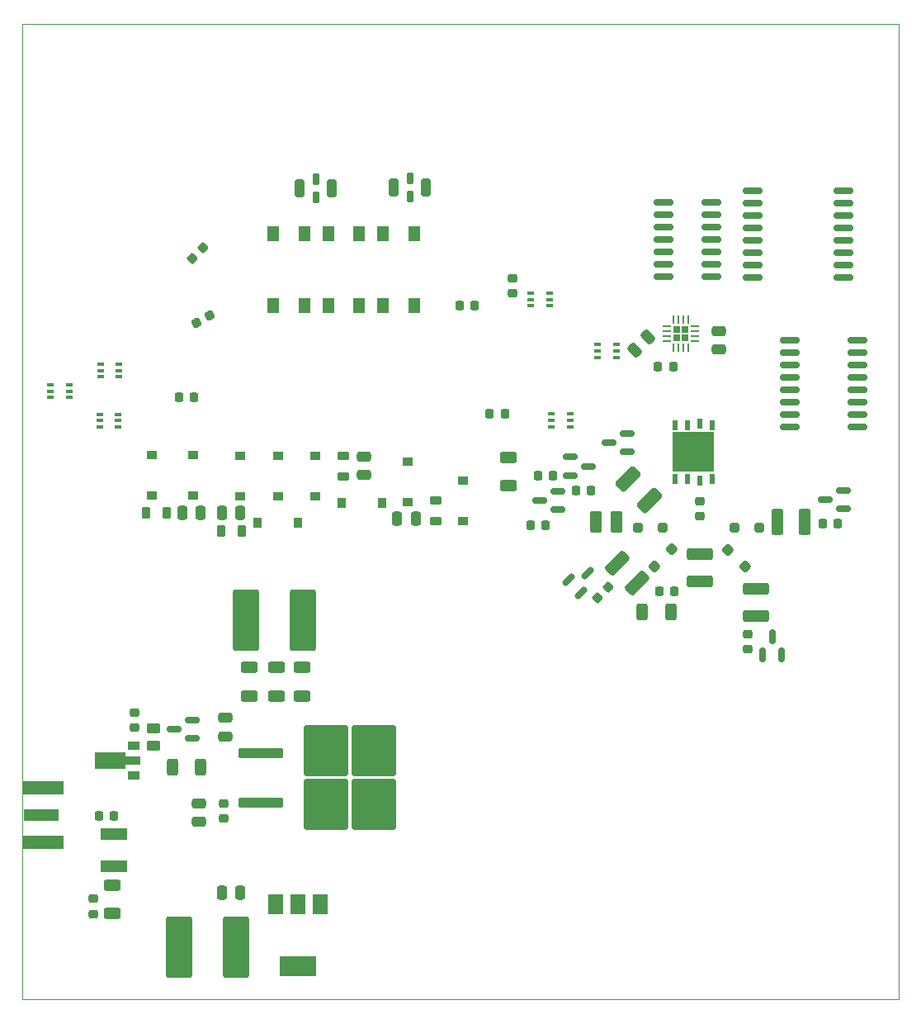
<source format=gbr>
%TF.GenerationSoftware,KiCad,Pcbnew,(7.0.0-0)*%
%TF.CreationDate,2023-05-05T23:20:31+02:00*%
%TF.ProjectId,Filter-forest-v3,46696c74-6572-42d6-966f-726573742d76,rev?*%
%TF.SameCoordinates,Original*%
%TF.FileFunction,Paste,Top*%
%TF.FilePolarity,Positive*%
%FSLAX46Y46*%
G04 Gerber Fmt 4.6, Leading zero omitted, Abs format (unit mm)*
G04 Created by KiCad (PCBNEW (7.0.0-0)) date 2023-05-05 23:20:31*
%MOMM*%
%LPD*%
G01*
G04 APERTURE LIST*
G04 Aperture macros list*
%AMRoundRect*
0 Rectangle with rounded corners*
0 $1 Rounding radius*
0 $2 $3 $4 $5 $6 $7 $8 $9 X,Y pos of 4 corners*
0 Add a 4 corners polygon primitive as box body*
4,1,4,$2,$3,$4,$5,$6,$7,$8,$9,$2,$3,0*
0 Add four circle primitives for the rounded corners*
1,1,$1+$1,$2,$3*
1,1,$1+$1,$4,$5*
1,1,$1+$1,$6,$7*
1,1,$1+$1,$8,$9*
0 Add four rect primitives between the rounded corners*
20,1,$1+$1,$2,$3,$4,$5,0*
20,1,$1+$1,$4,$5,$6,$7,0*
20,1,$1+$1,$6,$7,$8,$9,0*
20,1,$1+$1,$8,$9,$2,$3,0*%
%AMFreePoly0*
4,1,9,3.862500,-0.866500,0.737500,-0.866500,0.737500,-0.450000,-0.737500,-0.450000,-0.737500,0.450000,0.737500,0.450000,0.737500,0.866500,3.862500,0.866500,3.862500,-0.866500,3.862500,-0.866500,$1*%
G04 Aperture macros list end*
%ADD10RoundRect,0.250000X-0.375000X-0.850000X0.375000X-0.850000X0.375000X0.850000X-0.375000X0.850000X0*%
%ADD11RoundRect,0.185000X-0.185000X-0.185000X0.185000X-0.185000X0.185000X0.185000X-0.185000X0.185000X0*%
%ADD12RoundRect,0.062500X-0.337500X-0.062500X0.337500X-0.062500X0.337500X0.062500X-0.337500X0.062500X0*%
%ADD13RoundRect,0.062500X-0.062500X-0.337500X0.062500X-0.337500X0.062500X0.337500X-0.062500X0.337500X0*%
%ADD14RoundRect,0.250000X-0.475000X0.250000X-0.475000X-0.250000X0.475000X-0.250000X0.475000X0.250000X0*%
%ADD15RoundRect,0.250000X0.159099X-0.512652X0.512652X-0.159099X-0.159099X0.512652X-0.512652X0.159099X0*%
%ADD16RoundRect,0.225000X-0.225000X-0.250000X0.225000X-0.250000X0.225000X0.250000X-0.225000X0.250000X0*%
%ADD17R,2.700000X1.150000*%
%ADD18RoundRect,0.250000X-1.025305X-0.494975X-0.494975X-1.025305X1.025305X0.494975X0.494975X1.025305X0*%
%ADD19RoundRect,0.250000X-1.075000X0.375000X-1.075000X-0.375000X1.075000X-0.375000X1.075000X0.375000X0*%
%ADD20RoundRect,0.250000X0.375000X1.075000X-0.375000X1.075000X-0.375000X-1.075000X0.375000X-1.075000X0*%
%ADD21RoundRect,0.250000X1.075000X-0.375000X1.075000X0.375000X-1.075000X0.375000X-1.075000X-0.375000X0*%
%ADD22RoundRect,0.250000X0.250000X0.475000X-0.250000X0.475000X-0.250000X-0.475000X0.250000X-0.475000X0*%
%ADD23RoundRect,0.250000X-0.250000X-0.475000X0.250000X-0.475000X0.250000X0.475000X-0.250000X0.475000X0*%
%ADD24R,0.650000X0.400000*%
%ADD25RoundRect,0.250000X0.625000X-0.312500X0.625000X0.312500X-0.625000X0.312500X-0.625000X-0.312500X0*%
%ADD26RoundRect,0.150000X-0.825000X-0.150000X0.825000X-0.150000X0.825000X0.150000X-0.825000X0.150000X0*%
%ADD27RoundRect,0.152500X-0.152500X-0.470000X0.152500X-0.470000X0.152500X0.470000X-0.152500X0.470000X0*%
%ADD28RoundRect,0.249600X-0.270400X-0.650400X0.270400X-0.650400X0.270400X0.650400X-0.270400X0.650400X0*%
%ADD29RoundRect,0.250000X-0.625000X0.312500X-0.625000X-0.312500X0.625000X-0.312500X0.625000X0.312500X0*%
%ADD30RoundRect,0.150000X0.587500X0.150000X-0.587500X0.150000X-0.587500X-0.150000X0.587500X-0.150000X0*%
%ADD31RoundRect,0.150000X-0.309359X-0.521491X0.521491X0.309359X0.309359X0.521491X-0.521491X-0.309359X0*%
%ADD32RoundRect,0.225000X0.225000X0.250000X-0.225000X0.250000X-0.225000X-0.250000X0.225000X-0.250000X0*%
%ADD33RoundRect,0.225000X0.250000X-0.225000X0.250000X0.225000X-0.250000X0.225000X-0.250000X-0.225000X0*%
%ADD34RoundRect,0.218750X0.218750X0.381250X-0.218750X0.381250X-0.218750X-0.381250X0.218750X-0.381250X0*%
%ADD35RoundRect,0.250000X0.450000X-0.262500X0.450000X0.262500X-0.450000X0.262500X-0.450000X-0.262500X0*%
%ADD36R,1.000000X0.850000*%
%ADD37R,0.850000X1.000000*%
%ADD38RoundRect,0.250000X0.250000X0.250000X-0.250000X0.250000X-0.250000X-0.250000X0.250000X-0.250000X0*%
%ADD39RoundRect,0.225000X-0.250000X0.225000X-0.250000X-0.225000X0.250000X-0.225000X0.250000X0.225000X0*%
%ADD40RoundRect,0.250000X0.475000X-0.250000X0.475000X0.250000X-0.475000X0.250000X-0.475000X-0.250000X0*%
%ADD41RoundRect,0.250000X-2.050000X-0.300000X2.050000X-0.300000X2.050000X0.300000X-2.050000X0.300000X0*%
%ADD42RoundRect,0.250000X-2.025000X-2.375000X2.025000X-2.375000X2.025000X2.375000X-2.025000X2.375000X0*%
%ADD43RoundRect,0.250000X0.312500X0.625000X-0.312500X0.625000X-0.312500X-0.625000X0.312500X-0.625000X0*%
%ADD44RoundRect,0.250000X1.087500X2.900000X-1.087500X2.900000X-1.087500X-2.900000X1.087500X-2.900000X0*%
%ADD45RoundRect,0.250000X0.000000X-0.353553X0.353553X0.000000X0.000000X0.353553X-0.353553X0.000000X0*%
%ADD46RoundRect,0.225000X0.017678X-0.335876X0.335876X-0.017678X-0.017678X0.335876X-0.335876X0.017678X0*%
%ADD47R,0.510000X1.020000*%
%ADD48RoundRect,0.001000X-2.100000X2.010000X-2.100000X-2.010000X2.100000X-2.010000X2.100000X2.010000X0*%
%ADD49RoundRect,0.150000X-0.587500X-0.150000X0.587500X-0.150000X0.587500X0.150000X-0.587500X0.150000X0*%
%ADD50RoundRect,0.218750X0.381250X-0.218750X0.381250X0.218750X-0.381250X0.218750X-0.381250X-0.218750X0*%
%ADD51R,4.200000X1.350000*%
%ADD52R,3.600000X1.270000*%
%ADD53RoundRect,0.250000X-1.069499X-0.486136X-0.486136X-1.069499X1.069499X0.486136X0.486136X1.069499X0*%
%ADD54RoundRect,0.225000X-0.069856X-0.329006X0.319856X-0.104006X0.069856X0.329006X-0.319856X0.104006X0*%
%ADD55R,1.200000X1.600000*%
%ADD56RoundRect,0.250000X-0.250000X-0.250000X0.250000X-0.250000X0.250000X0.250000X-0.250000X0.250000X0*%
%ADD57RoundRect,0.150000X0.150000X-0.587500X0.150000X0.587500X-0.150000X0.587500X-0.150000X-0.587500X0*%
%ADD58RoundRect,0.250000X0.353553X0.000000X0.000000X0.353553X-0.353553X0.000000X0.000000X-0.353553X0*%
%ADD59RoundRect,0.150000X-0.875000X-0.150000X0.875000X-0.150000X0.875000X0.150000X-0.875000X0.150000X0*%
%ADD60RoundRect,0.150000X-0.837500X-0.150000X0.837500X-0.150000X0.837500X0.150000X-0.837500X0.150000X0*%
%ADD61R,1.300000X0.900000*%
%ADD62FreePoly0,180.000000*%
%ADD63R,1.500000X2.000000*%
%ADD64R,3.800000X2.000000*%
%TA.AperFunction,Profile*%
%ADD65C,0.100000*%
%TD*%
G04 APERTURE END LIST*
D10*
%TO.C,L116*%
X137182500Y-81000000D03*
X135032500Y-81000000D03*
%TD*%
D11*
%TO.C,U106*%
X144175000Y-61265000D03*
X143325000Y-62115000D03*
X144175000Y-62115000D03*
X143325000Y-61265000D03*
D12*
X142300000Y-60940000D03*
X142300000Y-61440000D03*
X142300000Y-61940000D03*
X142300000Y-62440000D03*
D13*
X143000000Y-63140000D03*
X143500000Y-63140000D03*
X144000000Y-63140000D03*
X144500000Y-63140000D03*
D12*
X145200000Y-62440000D03*
X145200000Y-61940000D03*
X145200000Y-61440000D03*
X145200000Y-60940000D03*
D13*
X144500000Y-60240000D03*
X144000000Y-60240000D03*
X143500000Y-60240000D03*
X143000000Y-60240000D03*
%TD*%
D14*
%TO.C,C119*%
X147640000Y-63340000D03*
X147640000Y-61440000D03*
%TD*%
D15*
%TO.C,C118*%
X140421751Y-62038249D03*
X139078249Y-63381751D03*
%TD*%
D16*
%TO.C,C117*%
X142985000Y-65100000D03*
X141435000Y-65100000D03*
%TD*%
D17*
%TO.C,L111*%
X85579999Y-113049999D03*
X85579999Y-116349999D03*
%TD*%
D18*
%TO.C,L119*%
X139279949Y-87269949D03*
X137300051Y-85290051D03*
%TD*%
D19*
%TO.C,L105*%
X145710000Y-87117500D03*
X145710000Y-84317500D03*
%TD*%
D20*
%TO.C,L121*%
X153700000Y-81050000D03*
X156500000Y-81050000D03*
%TD*%
D21*
%TO.C,L120*%
X151520000Y-87902500D03*
X151520000Y-90702500D03*
%TD*%
D22*
%TO.C,C109*%
X96680000Y-80100000D03*
X98580000Y-80100000D03*
%TD*%
D23*
%TO.C,C107*%
X94540000Y-80090000D03*
X92640000Y-80090000D03*
%TD*%
D24*
%TO.C,U107*%
X84219999Y-66149999D03*
X84219999Y-65499999D03*
X84219999Y-64849999D03*
X86119999Y-64849999D03*
X86119999Y-65499999D03*
X86119999Y-66149999D03*
%TD*%
D25*
%TO.C,R106*%
X126040000Y-74397500D03*
X126040000Y-77322500D03*
%TD*%
D26*
%TO.C,U105*%
X146925000Y-48280000D03*
X146925000Y-49550000D03*
X146925000Y-50820000D03*
X146925000Y-52090000D03*
X146925000Y-53360000D03*
X146925000Y-54630000D03*
X146925000Y-55900000D03*
X141975000Y-55900000D03*
X141975000Y-54630000D03*
X141975000Y-53360000D03*
X141975000Y-52090000D03*
X141975000Y-50820000D03*
X141975000Y-49550000D03*
X141975000Y-48280000D03*
%TD*%
D27*
%TO.C,FL104*%
X106325000Y-45862500D03*
D28*
X107950000Y-46790000D03*
D27*
X106325000Y-47717500D03*
D28*
X104700000Y-46790000D03*
%TD*%
D29*
%TO.C,R107*%
X104900000Y-98852500D03*
X104900000Y-95927500D03*
%TD*%
D30*
%TO.C,Q108*%
X158602500Y-78730000D03*
X160477500Y-77780000D03*
X160477500Y-79680000D03*
%TD*%
D31*
%TO.C,Q105*%
X134222913Y-86267087D03*
X133568839Y-88264664D03*
X132225336Y-86921161D03*
%TD*%
D32*
%TO.C,C150*%
X129102500Y-76290000D03*
X130652500Y-76290000D03*
%TD*%
D29*
%TO.C,R108*%
X102300000Y-98852500D03*
X102300000Y-95927500D03*
%TD*%
D33*
%TO.C,C137*%
X83500000Y-119665000D03*
X83500000Y-121215000D03*
%TD*%
D34*
%TO.C,L102*%
X96607500Y-81960000D03*
X98732500Y-81960000D03*
%TD*%
D35*
%TO.C,L112*%
X89680000Y-102177500D03*
X89680000Y-104002500D03*
%TD*%
D36*
%TO.C,C102*%
X89509999Y-74194999D03*
X89509999Y-78344999D03*
%TD*%
D22*
%TO.C,C113*%
X114660000Y-80700000D03*
X116560000Y-80700000D03*
%TD*%
D36*
%TO.C,C104*%
X102459999Y-78404999D03*
X102459999Y-74254999D03*
%TD*%
D24*
%TO.C,U115*%
X130289999Y-57569999D03*
X130289999Y-58219999D03*
X130289999Y-58869999D03*
X128389999Y-58869999D03*
X128389999Y-58219999D03*
X128389999Y-57569999D03*
%TD*%
D33*
%TO.C,C153*%
X96837500Y-109895000D03*
X96837500Y-111445000D03*
%TD*%
D37*
%TO.C,C105*%
X108974999Y-79059999D03*
X113124999Y-79059999D03*
%TD*%
D16*
%TO.C,C129*%
X85620000Y-111160000D03*
X84070000Y-111160000D03*
%TD*%
D38*
%TO.C,D109*%
X149280000Y-81620000D03*
X151780000Y-81620000D03*
%TD*%
D29*
%TO.C,R105*%
X99470000Y-98852500D03*
X99470000Y-95927500D03*
%TD*%
D39*
%TO.C,C143*%
X145750000Y-80445000D03*
X145750000Y-78895000D03*
%TD*%
D30*
%TO.C,Q110*%
X136422500Y-72910000D03*
X138297500Y-71960000D03*
X138297500Y-73860000D03*
%TD*%
D29*
%TO.C,R102*%
X85480000Y-121192500D03*
X85480000Y-118267500D03*
%TD*%
D16*
%TO.C,C115*%
X122635000Y-58870000D03*
X121085000Y-58870000D03*
%TD*%
D40*
%TO.C,C111*%
X111290000Y-74320000D03*
X111290000Y-76220000D03*
%TD*%
D41*
%TO.C,U112*%
X100670000Y-109770000D03*
D42*
X112245000Y-110005000D03*
X112245000Y-104455000D03*
X107395000Y-110005000D03*
X107395000Y-104455000D03*
D41*
X100670000Y-104690000D03*
%TD*%
D36*
%TO.C,C106*%
X121459999Y-80894999D03*
X121459999Y-76744999D03*
%TD*%
D22*
%TO.C,C152*%
X96672500Y-119000000D03*
X98572500Y-119000000D03*
%TD*%
D30*
%TO.C,Q102*%
X129272500Y-78810000D03*
X131147500Y-77860000D03*
X131147500Y-79760000D03*
%TD*%
D16*
%TO.C,C131*%
X93825000Y-68250000D03*
X92275000Y-68250000D03*
%TD*%
D27*
%TO.C,FL105*%
X115975000Y-45812500D03*
D28*
X117600000Y-46740000D03*
D27*
X115975000Y-47667500D03*
D28*
X114350000Y-46740000D03*
%TD*%
D33*
%TO.C,C157*%
X150610000Y-92497500D03*
X150610000Y-94047500D03*
%TD*%
D24*
%TO.C,U104*%
X79099999Y-68259999D03*
X79099999Y-67609999D03*
X79099999Y-66959999D03*
X80999999Y-66959999D03*
X80999999Y-67609999D03*
X80999999Y-68259999D03*
%TD*%
D36*
%TO.C,C112*%
X106279999Y-78414999D03*
X106279999Y-74264999D03*
%TD*%
D43*
%TO.C,R104*%
X139807500Y-90240000D03*
X142732500Y-90240000D03*
%TD*%
D24*
%TO.C,U114*%
X137159999Y-62849999D03*
X137159999Y-63499999D03*
X137159999Y-64149999D03*
X135259999Y-64149999D03*
X135259999Y-63499999D03*
X135259999Y-62849999D03*
%TD*%
D44*
%TO.C,C151*%
X92277500Y-124580000D03*
X98152500Y-124580000D03*
%TD*%
%TO.C,C154*%
X99117500Y-91110000D03*
X104992500Y-91110000D03*
%TD*%
D45*
%TO.C,D106*%
X142813883Y-83821117D03*
X141046117Y-85588883D03*
%TD*%
D46*
%TO.C,C149*%
X136348008Y-87741992D03*
X135251992Y-88838008D03*
%TD*%
D47*
%TO.C,U109*%
X145727499Y-76759999D03*
X145727499Y-70979999D03*
X143182499Y-76614999D03*
X144452499Y-76614999D03*
X146992499Y-76614999D03*
D48*
X145087500Y-73860000D03*
D47*
X143182499Y-71104999D03*
X144452499Y-71104999D03*
X146992499Y-71104999D03*
%TD*%
D34*
%TO.C,L101*%
X88887500Y-80050000D03*
X91012500Y-80050000D03*
%TD*%
D32*
%TO.C,C158*%
X158305000Y-81220000D03*
X159855000Y-81220000D03*
%TD*%
D24*
%TO.C,U113*%
X132389999Y-69949999D03*
X132389999Y-70599999D03*
X132389999Y-71249999D03*
X130489999Y-71249999D03*
X130489999Y-70599999D03*
X130489999Y-69949999D03*
%TD*%
D49*
%TO.C,Q104*%
X134285000Y-75320000D03*
X132410000Y-76270000D03*
X132410000Y-74370000D03*
%TD*%
D16*
%TO.C,C144*%
X129905000Y-81320000D03*
X128355000Y-81320000D03*
%TD*%
D50*
%TO.C,L103*%
X109140000Y-74207500D03*
X109140000Y-76332500D03*
%TD*%
D39*
%TO.C,C116*%
X126480000Y-57565000D03*
X126480000Y-56015000D03*
%TD*%
D24*
%TO.C,U108*%
X84159999Y-71269999D03*
X84159999Y-70619999D03*
X84159999Y-69969999D03*
X86059999Y-69969999D03*
X86059999Y-70619999D03*
X86059999Y-71269999D03*
%TD*%
D36*
%TO.C,C103*%
X98599999Y-74224999D03*
X98599999Y-78374999D03*
%TD*%
D51*
%TO.C,J102*%
X78332499Y-113904999D03*
X78332499Y-108254999D03*
D52*
X78132499Y-111079999D03*
%TD*%
D53*
%TO.C,L117*%
X140554854Y-78804854D03*
X138345146Y-76595146D03*
%TD*%
D54*
%TO.C,C133*%
X95441170Y-59862500D03*
X94098830Y-60637500D03*
%TD*%
D55*
%TO.C,FL109*%
X113239999Y-58859999D03*
X113239999Y-51459999D03*
X110789999Y-58859999D03*
X110789999Y-51459999D03*
X107589999Y-58859999D03*
X107589999Y-51459999D03*
X105139999Y-58859999D03*
X105139999Y-51459999D03*
X116439999Y-51459999D03*
X116439999Y-58859999D03*
X101939999Y-58859999D03*
X101939999Y-58859999D03*
X101939999Y-51459999D03*
X101939999Y-51459999D03*
%TD*%
D56*
%TO.C,D104*%
X141890000Y-81605000D03*
X139390000Y-81605000D03*
%TD*%
D40*
%TO.C,C155*%
X94357500Y-109880000D03*
X94357500Y-111780000D03*
%TD*%
%TO.C,C156*%
X97050000Y-101120000D03*
X97050000Y-103020000D03*
%TD*%
D57*
%TO.C,Q107*%
X153140000Y-92807500D03*
X154090000Y-94682500D03*
X152190000Y-94682500D03*
%TD*%
D58*
%TO.C,D107*%
X148576117Y-83856117D03*
X150343883Y-85623883D03*
%TD*%
D33*
%TO.C,C130*%
X87700000Y-100535000D03*
X87700000Y-102085000D03*
%TD*%
D59*
%TO.C,U101*%
X160440000Y-47100000D03*
X160440000Y-48370000D03*
X160440000Y-49640000D03*
X160440000Y-50910000D03*
X160440000Y-52180000D03*
X160440000Y-53450000D03*
X160440000Y-54720000D03*
X160440000Y-55990000D03*
X151140000Y-55990000D03*
X151140000Y-54720000D03*
X151140000Y-53450000D03*
X151140000Y-52180000D03*
X151140000Y-50910000D03*
X151140000Y-49640000D03*
X151140000Y-48370000D03*
X151140000Y-47100000D03*
%TD*%
D60*
%TO.C,U102*%
X161905000Y-62380000D03*
X161905000Y-63650000D03*
X161905000Y-64920000D03*
X161905000Y-66190000D03*
X161905000Y-67460000D03*
X161905000Y-68730000D03*
X161905000Y-70000000D03*
X161905000Y-71270000D03*
X154980000Y-71270000D03*
X154980000Y-70000000D03*
X154980000Y-68730000D03*
X154980000Y-67460000D03*
X154980000Y-66190000D03*
X154980000Y-64920000D03*
X154980000Y-63650000D03*
X154980000Y-62380000D03*
%TD*%
D50*
%TO.C,L104*%
X118620000Y-78787500D03*
X118620000Y-80912500D03*
%TD*%
D37*
%TO.C,C110*%
X104529999Y-81109999D03*
X100379999Y-81109999D03*
%TD*%
D43*
%TO.C,R103*%
X91607500Y-106170000D03*
X94532500Y-106170000D03*
%TD*%
D16*
%TO.C,C101*%
X125715000Y-69950000D03*
X124165000Y-69950000D03*
%TD*%
D61*
%TO.C,U103*%
X87659999Y-103979999D03*
D62*
X87572500Y-105480000D03*
D61*
X87659999Y-106979999D03*
%TD*%
D36*
%TO.C,C108*%
X93729999Y-74194999D03*
X93729999Y-78344999D03*
%TD*%
%TO.C,C114*%
X115749999Y-74864999D03*
X115749999Y-79014999D03*
%TD*%
D30*
%TO.C,Q101*%
X91762500Y-102250000D03*
X93637500Y-101300000D03*
X93637500Y-103200000D03*
%TD*%
D16*
%TO.C,C141*%
X143135000Y-88090000D03*
X141585000Y-88090000D03*
%TD*%
D46*
%TO.C,C138*%
X94748008Y-52931992D03*
X93651992Y-54028008D03*
%TD*%
D16*
%TO.C,C147*%
X134572500Y-77820000D03*
X133022500Y-77820000D03*
%TD*%
D63*
%TO.C,U111*%
X102172499Y-120259999D03*
D64*
X104472499Y-126559999D03*
D63*
X104472499Y-120259999D03*
X106772499Y-120259999D03*
%TD*%
D65*
X76228804Y-30004383D02*
X166158804Y-30004383D01*
X166158804Y-30004383D02*
X166158804Y-129944383D01*
X166158804Y-129944383D02*
X76228804Y-129944383D01*
X76228804Y-129944383D02*
X76228804Y-30004383D01*
M02*

</source>
